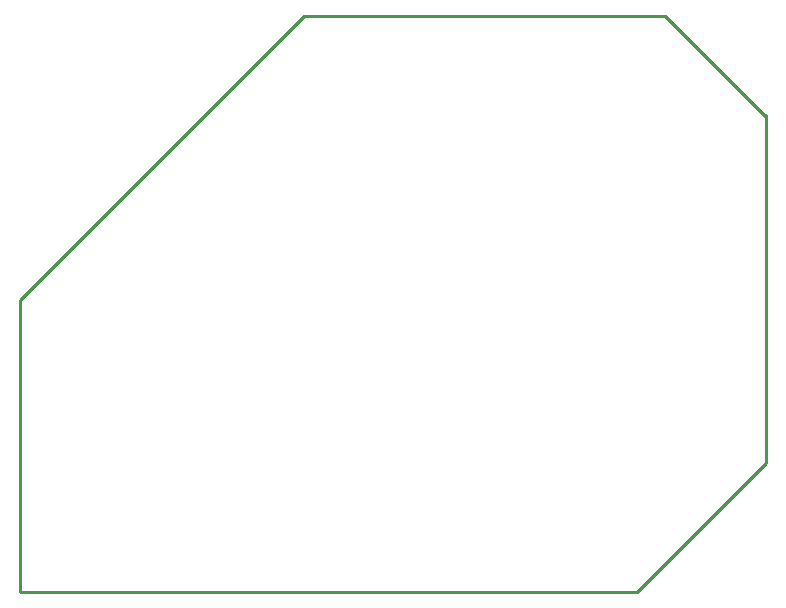
<source format=gko>
G04 Layer: BoardOutlineLayer*
G04 EasyEDA v6.5.44, 2024-08-15 16:09:49*
G04 6019c0ef6d974e658929918cbd89991a,14e18c81352b4cb09636949e9aeec340,10*
G04 Gerber Generator version 0.2*
G04 Scale: 100 percent, Rotated: No, Reflected: No *
G04 Dimensions in millimeters *
G04 leading zeros omitted , absolute positions ,4 integer and 5 decimal *
%FSLAX45Y45*%
%MOMM*%

%ADD10C,0.2540*%
D10*
X7175500Y6558917D02*
G01*
X7175500Y4876800D01*
X6083300Y3784600D01*
X863600Y3784600D01*
X863600Y6261100D01*
X3263900Y8661400D01*
X6324600Y8661400D01*
X7175500Y7810500D01*
X7175500Y6553200D02*
G01*
X7175500Y7823200D01*

%LPD*%
M02*

</source>
